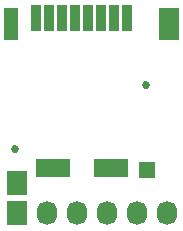
<source format=gbs>
G04 #@! TF.FileFunction,Soldermask,Bot*
%FSLAX46Y46*%
G04 Gerber Fmt 4.6, Leading zero omitted, Abs format (unit mm)*
G04 Created by KiCad (PCBNEW 4.0.2-stable) date 4/26/2016 9:50:36 PM*
%MOMM*%
G01*
G04 APERTURE LIST*
%ADD10C,0.100000*%
%ADD11R,0.900000X2.200000*%
%ADD12R,1.200000X2.800000*%
%ADD13R,1.700000X2.800000*%
%ADD14R,2.900000X1.600000*%
%ADD15R,1.400000X1.400000*%
%ADD16C,0.685800*%
%ADD17R,1.727200X2.032000*%
%ADD18O,1.727200X2.032000*%
G04 APERTURE END LIST*
D10*
D11*
X193404500Y-97788500D03*
X194504500Y-97788500D03*
X195604500Y-97788500D03*
X196704500Y-97788500D03*
X197804500Y-97788500D03*
X198904500Y-97788500D03*
X200004500Y-97788500D03*
X201104500Y-97788500D03*
D12*
X191304500Y-98288500D03*
D13*
X204654500Y-98288500D03*
D14*
X194804500Y-110488500D03*
X199704500Y-110488500D03*
D15*
X202754500Y-110588500D03*
D16*
X191579500Y-108839000D03*
X202692000Y-103441500D03*
D17*
X191770000Y-114300000D03*
D18*
X194310000Y-114300000D03*
X196850000Y-114300000D03*
X199390000Y-114300000D03*
X201930000Y-114300000D03*
X204470000Y-114300000D03*
D17*
X191770000Y-111760000D03*
M02*

</source>
